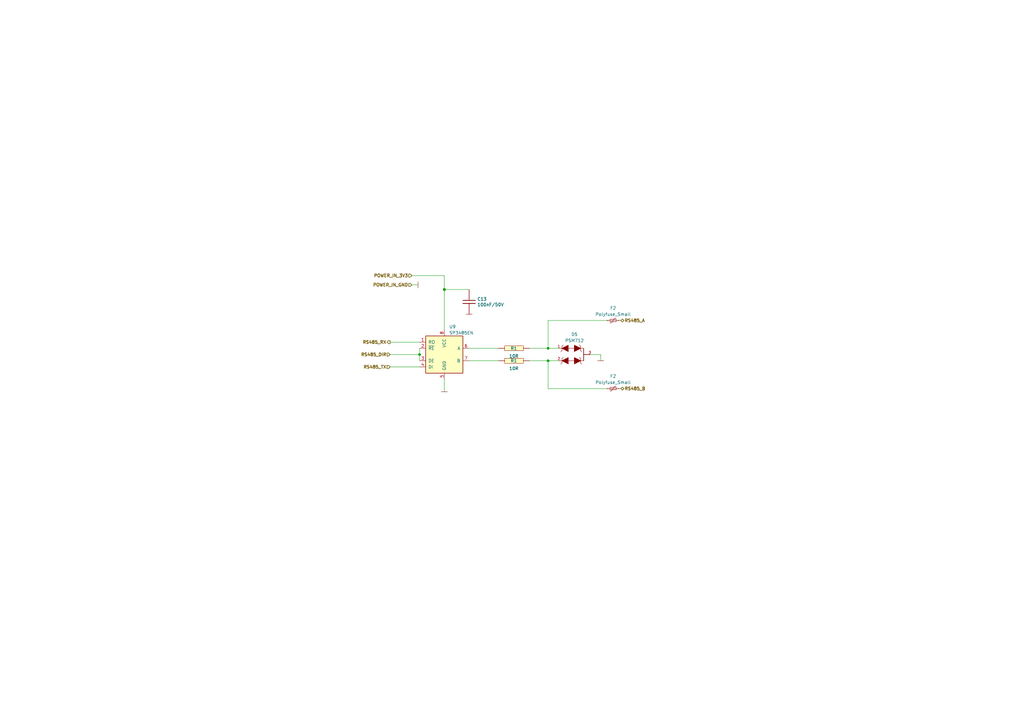
<source format=kicad_sch>
(kicad_sch (version 20230121) (generator eeschema)
  (paper "A3")
  (title_block (title "RS485 Module") (date "2021-04-12") (rev "V1.0") (company "Embedded System Labs"))
  (lib_symbols
    (symbol "Capacitors_Smd0603:100n" (pin_numbers hide) (pin_names (offset 0.254))
      (property "Reference" "C" (at 1.27 2.54 0))
      (property "Value" "100n" (at 1.27 -2.54 0))
      (symbol "100n_0_1"
        (polyline (pts (xy 2.54 -0.635) (xy -2.54 -0.635) (xy -2.54 -0.635)) (stroke (width 0.3048)))
        (polyline (pts (xy 2.54 0.635) (xy -2.54 0.635) (xy -2.54 0.635)) (stroke (width 0.3048)))
      )
      (symbol "100n_1_1"
        (pin passive line (at 0 5.08 270) (length 4.4704) (name "~") (number "1"))
        (pin passive line (at 0 -5.08 90) (length 4.4704) (name "~") (number "2"))
      )
    )
    (symbol "Device:Polyfuse_Small" (pin_numbers hide) (pin_names (offset 0))
      (property "Reference" "F" (at -1.905 0 90))
      (property "Value" "Polyfuse_Small" (at 1.905 0 90))
      (symbol "Polyfuse_Small_0_1"
        (rectangle (start -0.508 1.27) (end 0.508 -1.27))
        (polyline (pts (xy 0 2.54) (xy 0 -2.54)))
        (polyline (pts (xy -1.016 1.27) (xy -1.016 0.762) (xy 1.016 -0.762) (xy 1.016 -1.27)))
      )
      (symbol "Polyfuse_Small_1_1"
        (pin passive line (at 0 2.54 270) (length 0.635) (name "~") (number "1"))
        (pin passive line (at 0 -2.54 90) (length 0.635) (name "~") (number "2"))
      )
    )
    (symbol "Interface_UART:SP3485EN" (pin_names (offset 1.016))
      (property "Reference" "U" (at -7.62 8.89 0))
      (property "Value" "SP3485EN" (at 2.54 8.89 0))
      (symbol "SP3485EN_0_1"
        (rectangle (start -7.62 7.62) (end 7.62 -7.62) (stroke (width 0.254)) (fill (type background)))
      )
      (symbol "SP3485EN_1_1"
        (pin output line (at -10.16 5.08 0) (length 2.54) (name "RO") (number "1"))
        (pin input line (at -10.16 2.54 0) (length 2.54) (name "~{RE}") (number "2"))
        (pin input line (at -10.16 -2.54 0) (length 2.54) (name "DE") (number "3"))
        (pin input line (at -10.16 -5.08 0) (length 2.54) (name "DI") (number "4"))
        (pin power_in line (at 0 -10.16 90) (length 2.54) (name "GND") (number "5"))
        (pin bidirectional line (at 10.16 2.54 180) (length 2.54) (name "A") (number "6"))
        (pin bidirectional line (at 10.16 -2.54 180) (length 2.54) (name "B") (number "7"))
        (pin power_in line (at 0 10.16 270) (length 2.54) (name "VCC") (number "8"))
      )
    )
    (symbol "PSM712:PSM712" (pin_names (offset 1.016))
      (property "Reference" "U" (at -5.08 2.032 0))
      (property "Value" "PSM712" (at -5.08 -7.112 0))
      (symbol "PSM712_0_0"
        (polyline (pts (xy -7.62 -5.08) (xy -7.62 -2.54)) (stroke (width 0.254)))
        (polyline (pts (xy -7.62 -5.08) (xy -6.35 -5.08)) (stroke (width 0.1524)))
        (polyline (pts (xy -7.62 -2.54) (xy -10.16 -2.54)) (stroke (width 0.254)))
        (polyline (pts (xy -7.62 -2.54) (xy -7.62 0)) (stroke (width 0.254)))
        (polyline (pts (xy -7.62 0) (xy -6.35 0)) (stroke (width 0.1524)))
        (polyline (pts (xy -6.35 -5.969) (xy -5.842 -6.477)) (stroke (width 0.1524)))
        (polyline (pts (xy -6.35 -5.08) (xy -6.35 -5.969)) (stroke (width 0.1524)))
        (polyline (pts (xy -6.35 -4.191) (xy -6.858 -3.683)) (stroke (width 0.1524)))
        (polyline (pts (xy -6.35 -4.191) (xy -6.35 -5.08)) (stroke (width 0.1524)))
        (polyline (pts (xy -6.35 -0.889) (xy -5.842 -1.397)) (stroke (width 0.1524)))
        (polyline (pts (xy -6.35 0) (xy -6.35 -0.889)) (stroke (width 0.1524)))
        (polyline (pts (xy -6.35 0.889) (xy -6.858 1.397)) (stroke (width 0.1524)))
        (polyline (pts (xy -6.35 0.889) (xy -6.35 0)) (stroke (width 0.1524)))
        (polyline (pts (xy -1.27 -5.08) (xy -3.81 -5.08)) (stroke (width 0.1524)))
        (polyline (pts (xy -1.27 0) (xy -3.81 0)) (stroke (width 0.1524)))
        (polyline (pts (xy 1.27 -5.969) (xy 0.762 -6.477)) (stroke (width 0.1524)))
        (polyline (pts (xy 1.27 -5.08) (xy 1.27 -5.969)) (stroke (width 0.1524)))
        (polyline (pts (xy 1.27 -4.191) (xy 1.27 -5.08)) (stroke (width 0.1524)))
        (polyline (pts (xy 1.27 -4.191) (xy 1.778 -3.683)) (stroke (width 0.1524)))
        (polyline (pts (xy 1.27 -0.889) (xy 0.762 -1.397)) (stroke (width 0.1524)))
        (polyline (pts (xy 1.27 0) (xy 1.27 -0.889)) (stroke (width 0.1524)))
        (polyline (pts (xy 1.27 0.889) (xy 1.27 0)) (stroke (width 0.1524)))
        (polyline (pts (xy 1.27 0.889) (xy 1.778 1.397)) (stroke (width 0.1524)))
        (polyline (pts (xy 2.54 -5.08) (xy 1.27 -5.08)) (stroke (width 0.1524)))
        (polyline (pts (xy 2.54 0) (xy 1.27 0)) (stroke (width 0.1524)))
        (polyline (pts (xy -3.81 -3.81) (xy -6.35 -5.08) (xy -3.81 -6.35) (xy -3.81 -3.81)) (stroke (width 0.254)) (fill (type outline)))
        (polyline (pts (xy -3.81 1.27) (xy -6.35 0) (xy -3.81 -1.27) (xy -3.81 1.27)) (stroke (width 0.254)) (fill (type outline)))
        (polyline (pts (xy -1.27 -3.81) (xy 1.27 -5.08) (xy -1.27 -6.35) (xy -1.27 -3.81)) (stroke (width 0.254)) (fill (type outline)))
        (polyline (pts (xy -1.27 1.27) (xy 1.27 0) (xy -1.27 -1.27) (xy -1.27 1.27)) (stroke (width 0.254)) (fill (type outline)))
        (pin passive line (at 2.54 -5.08 180) (length 0) (name "~") (number "1"))
        (pin passive line (at 2.54 0 180) (length 0) (name "~") (number "2"))
        (pin passive line (at -10.16 -2.54 0) (length 0) (name "~") (number "3"))
      )
    )
    (symbol "Resistors_Smd0805:60.4R" (pin_numbers hide) (pin_names (offset 0))
      (property "Reference" "R" (at 2.032 0 90))
      (property "Value" "60.4R" (at -2.54 0 90))
      (symbol "60.4R_0_1"
        (rectangle (start -1.016 3.81) (end 1.016 -3.81) (fill (type background)))
      )
      (symbol "60.4R_1_1"
        (pin passive line (at 0 6.35 270) (length 2.54) (name "~") (number "1"))
        (pin passive line (at 0 -6.35 90) (length 2.54) (name "~") (number "2"))
      )
    )
    (symbol "power:GND" (power) (pin_names (offset 0))
      (symbol "GND_0_1"
        (polyline (pts (xy -1.27 0) (xy 1.27 0)))
      )
      (symbol "GND_1_1"
        (pin power_in line (at 0 0 180) (length 0) hide (name "GND") (number "1"))
      )
    )
  )
  (junction (at 224.79 147.955))
  (junction (at 182.245 118.745) (diameter 1.016))
  (junction (at 172.085 145.415))
  (junction (at 224.79 142.875))
  (wire (pts (xy 160.02 150.495) (xy 172.085 150.495)))
  (wire (pts (xy 160.02 140.335) (xy 172.085 140.335)))
  (wire (pts (xy 182.245 113.03) (xy 182.245 118.745)))
  (wire (pts (xy 168.91 116.84) (xy 171.45 116.84)))
  (wire (pts (xy 217.17 147.955) (xy 224.79 147.955)))
  (wire (pts (xy 182.245 155.575) (xy 182.245 160.655)))
  (wire (pts (xy 241.935 145.415) (xy 246.38 145.415)))
  (wire (pts (xy 246.38 145.415) (xy 246.38 147.955)))
  (wire (pts (xy 224.79 159.385) (xy 248.92 159.385)))
  (wire (pts (xy 192.405 118.745) (xy 182.245 118.745)))
  (wire (pts (xy 224.79 131.445) (xy 248.92 131.445)))
  (wire (pts (xy 224.79 131.445) (xy 224.79 142.875)))
  (wire (pts (xy 192.405 147.955) (xy 204.47 147.955)))
  (wire (pts (xy 172.085 142.875) (xy 172.085 145.415)))
  (wire (pts (xy 160.02 145.415) (xy 172.085 145.415)))
  (wire (pts (xy 172.085 145.415) (xy 172.085 147.955)))
  (wire (pts (xy 254.635 131.445) (xy 254 131.445)))
  (wire (pts (xy 182.245 118.745) (xy 182.245 135.255)))
  (wire (pts (xy 224.79 147.955) (xy 224.79 159.385)))
  (wire (pts (xy 224.79 147.955) (xy 229.235 147.955)))
  (wire (pts (xy 192.405 142.875) (xy 204.47 142.875)))
  (wire (pts (xy 254.635 159.385) (xy 254 159.385)))
  (wire (pts (xy 224.79 142.875) (xy 229.235 142.875)))
  (wire (pts (xy 217.17 142.875) (xy 224.79 142.875)))
  (wire (pts (xy 168.91 113.03) (xy 182.245 113.03)))
  (hierarchical_label "POWER_IN_GND" (shape input) (at 168.91 116.84 180) (effects (font (thickness 0.254) bold)))
  (hierarchical_label "RS485_RX" (shape output) (at 160.02 140.335 180) (effects (font (thickness 0.254) bold)))
  (hierarchical_label "RS485_A" (shape bidirectional) (at 254.635 131.445 0) (effects (font (thickness 0.254) bold)))
  (hierarchical_label "POWER_IN_3V3" (shape input) (at 168.91 113.03 180) (effects (font (thickness 0.254) bold)))
  (hierarchical_label "RS485_DIR" (shape input) (at 160.02 145.415 180) (effects (font (thickness 0.254) bold)))
  (hierarchical_label "RS485_B" (shape bidirectional) (at 254.635 159.385 0) (effects (font (thickness 0.254) bold)))
  (hierarchical_label "RS485_TX" (shape input) (at 160.02 150.495 180) (effects (font (thickness 0.254) bold)))
  (symbol (lib_id "power:GND") (at 246.38 147.955 0) (unit 1)
    (property "Reference" "#PWR0149" (effects hide))
    (property "Value" "GND" (effects hide))
  )
  (symbol (lib_id "power:GND") (at 182.245 160.655 180) (unit 1)
    (property "Reference" "#PWR08" (effects hide))
    (property "Value" "GND" (effects hide))
  )
  (symbol (lib_id "Resistors_Smd0805:60.4R") (at 210.82 142.875 90) (unit 1)
    (property "Reference" "R1" (at 212.09 142.875 90) (effects (justify left)))
    (property "Value" "10R" (at 212.725 146.05 90) (effects (justify left)))
    (property "Footprint" "Resistor_SMD:R_1206_3216Metric" (effects hide))
    (property "Datasheet" "https://www.tme.eu/Document/ec37243ca557adb02ebafc5c1ab83104/CQ%20datasheet.pdf" (effects hide))
    (property "Manufacturer" "Royal Ohm" (effects hide))
    (property "Maunufacturer Part Number" "CQ05S8F604JT5E" (effects hide))
    (property "Supplier" "Tme" (effects hide))
    (property "Supplier Part Number" "CQ0805-60R4-1%" (effects hide))
    (property "URL" "https://www.tme.eu/pl/details/cq0805-60r4-1%25/rezystory-smd-0805/royal-ohm/cq05s8f604jt5e/" (effects hide))
    (property "Price@1pc" "0,11395" (effects hide))
    (property "Price@1000pcs" "0,05716" (effects hide))
    (property "Developer" "MW" (effects hide))
    (property "Package" "0805" (effects hide))
    (property "LCSC Part #(optional)" "C441730" (effects hide))
    (instances (project "bbb-can-bus-cape" (path "" (reference "R1") (unit 1)) (path "" (reference "R3") (unit 1)) (path "" (reference "R20") (unit 1))))
  )
  (symbol (lib_id "Device:Polyfuse_Small") (at 251.46 159.385 90) (unit 1)
    (property "Reference" "F2" (at 251.46 154.305 90))
    (property "Value" "Polyfuse_Small" (at 251.46 156.845 90))
    (property "Footprint" "Fuse:Fuse_1206_3216Metric" (effects hide))
    (property "Datasheet" "https://jlcpcb.com/partdetail/502571-SMD1206P020TF24/C492010" (effects hide))
    (instances (project "bbb-can-bus-cape" (path "" (reference "F2") (unit 1)) (path "" (reference "F4") (unit 1)) (path "" (reference "F9") (unit 1)) (path "" (reference "F8") (unit 1))))
  )
  (symbol (lib_id "Resistors_Smd0805:60.4R") (at 210.82 147.955 90) (unit 1)
    (property "Reference" "R1" (at 212.09 147.955 90) (effects (justify left)))
    (property "Value" "10R" (at 212.725 151.13 90) (effects (justify left)))
    (property "Footprint" "Resistor_SMD:R_1206_3216Metric" (effects hide))
    (property "Datasheet" "https://www.tme.eu/Document/ec37243ca557adb02ebafc5c1ab83104/CQ%20datasheet.pdf" (effects hide))
    (property "Manufacturer" "Royal Ohm" (effects hide))
    (property "Maunufacturer Part Number" "CQ05S8F604JT5E" (effects hide))
    (property "Supplier" "Tme" (effects hide))
    (property "Supplier Part Number" "CQ0805-60R4-1%" (effects hide))
    (property "URL" "https://www.tme.eu/pl/details/cq0805-60r4-1%25/rezystory-smd-0805/royal-ohm/cq05s8f604jt5e/" (effects hide))
    (property "Price@1pc" "0,11395" (effects hide))
    (property "Price@1000pcs" "0,05716" (effects hide))
    (property "Developer" "MW" (effects hide))
    (property "Package" "0805" (effects hide))
    (property "LCSC Part #(optional)" "C441730" (effects hide))
    (instances (project "bbb-can-bus-cape" (path "" (reference "R1") (unit 1)) (path "" (reference "R3") (unit 1)) (path "" (reference "R21") (unit 1))))
  )
  (symbol (lib_id "Interface_UART:SP3485EN") (at 182.245 145.415 0) (unit 1)
    (property "Reference" "U9" (at 184.2009 133.985 0) (effects (justify left)))
    (property "Value" "SP3485EN" (at 184.2009 136.525 0) (effects (justify left)))
    (property "Footprint" "Package_SO:SOIC-8_3.9x4.9mm_P1.27mm" (effects hide))
    (property "Datasheet" "http://www.icbase.com/pdf/SPX/SPX00480106.pdf" (effects hide))
  )
  (symbol (lib_id "Capacitors_Smd0603:100n") (at 192.405 123.825 0) (unit 1)
    (property "Reference" "C13" (at 195.7324 122.6566 0) (effects (justify left)))
    (property "Value" "100nF/50V" (at 195.7324 124.968 0) (effects (justify left)))
    (property "Footprint" "Capacitor_SMD:C_0603_1608Metric" (effects hide))
    (property "Datasheet" "Capacitors/Smd_0603/Components_Documentation/KEM_C1005_Y5V_SMD.pdf" (effects hide))
    (property "Manufacturer" "SAMSUNG" (effects hide))
    (property "Manufacturer Part Number" "CL10B104JB8NNNC" (effects hide))
    (property "Supplier" "TME" (effects hide))
    (property "Supplier Part Number" "CL10B104JB8NNNC" (effects hide))
    (property "URL" "https://www.tme.eu/pl/details/cl10b104jb8nnnc/kondensatory-mlcc-smd-0603/samsung/" (effects hide))
    (property "Price@1pc" "0,04540" (effects hide))
    (property "Price@1000pcs" "0,02231" (effects hide))
    (property "Package" "0603" (effects hide))
  )
  (symbol (lib_id "PSM712:PSM712") (at 231.775 147.955 180) (unit 1)
    (property "Reference" "D5" (at 235.6104 137.16 0))
    (property "Value" "PSM712" (at 235.6104 139.7 0))
    (property "Footprint" "PSM712:SOT23-3" (effects hide))
    (property "Datasheet" "https://datasheet.lcsc.com/lcsc/1811061632_ProTek-Devices-PSM712-LF-T7_C32677.pdf" (effects hide))
  )
  (symbol (lib_id "Device:Polyfuse_Small") (at 251.46 131.445 90) (unit 1)
    (property "Reference" "F2" (at 251.46 126.365 90))
    (property "Value" "Polyfuse_Small" (at 251.46 128.905 90))
    (property "Footprint" "Fuse:Fuse_1206_3216Metric" (effects hide))
    (property "Datasheet" "https://jlcpcb.com/partdetail/502571-SMD1206P020TF24/C492010" (effects hide))
    (instances (project "bbb-can-bus-cape" (path "" (reference "F2") (unit 1)) (path "" (reference "F4") (unit 1)) (path "" (reference "F9") (unit 1)) (path "" (reference "F7") (unit 1))))
  )
  (symbol (lib_id "power:GND") (at 192.405 128.905 0) (unit 1)
    (property "Reference" "#PWR0180" (effects hide))
    (property "Value" "GND" (effects hide))
  )
  (symbol (lib_id "power:GND") (at 171.45 116.84 90) (unit 1)
    (property "Reference" "#PWR0182" (effects hide))
    (property "Value" "GND" (effects hide))
  )
)
</source>
